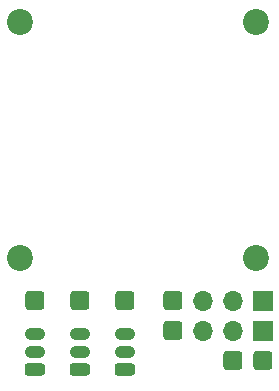
<source format=gbr>
%TF.GenerationSoftware,KiCad,Pcbnew,(5.1.9)-1*%
%TF.CreationDate,2022-05-31T00:32:49+01:00*%
%TF.ProjectId,board,626f6172-642e-46b6-9963-61645f706362,rev?*%
%TF.SameCoordinates,Original*%
%TF.FileFunction,Soldermask,Bot*%
%TF.FilePolarity,Negative*%
%FSLAX46Y46*%
G04 Gerber Fmt 4.6, Leading zero omitted, Abs format (unit mm)*
G04 Created by KiCad (PCBNEW (5.1.9)-1) date 2022-05-31 00:32:49*
%MOMM*%
%LPD*%
G01*
G04 APERTURE LIST*
%ADD10O,1.730000X1.030000*%
%ADD11C,2.200000*%
%ADD12O,1.700000X1.700000*%
%ADD13R,1.700000X1.700000*%
G04 APERTURE END LIST*
%TO.C,J13*%
G36*
G01*
X104686000Y-125434000D02*
X104686000Y-126534000D01*
G75*
G02*
X104436000Y-126784000I-250000J0D01*
G01*
X103336000Y-126784000D01*
G75*
G02*
X103086000Y-126534000I0J250000D01*
G01*
X103086000Y-125434000D01*
G75*
G02*
X103336000Y-125184000I250000J0D01*
G01*
X104436000Y-125184000D01*
G75*
G02*
X104686000Y-125434000I0J-250000D01*
G01*
G37*
%TD*%
%TO.C,J12*%
G36*
G01*
X116120000Y-129324000D02*
X115020000Y-129324000D01*
G75*
G02*
X114770000Y-129074000I0J250000D01*
G01*
X114770000Y-127974000D01*
G75*
G02*
X115020000Y-127724000I250000J0D01*
G01*
X116120000Y-127724000D01*
G75*
G02*
X116370000Y-127974000I0J-250000D01*
G01*
X116370000Y-129074000D01*
G75*
G02*
X116120000Y-129324000I-250000J0D01*
G01*
G37*
%TD*%
%TO.C,J10*%
G36*
G01*
X120100000Y-130264000D02*
X121200000Y-130264000D01*
G75*
G02*
X121450000Y-130514000I0J-250000D01*
G01*
X121450000Y-131614000D01*
G75*
G02*
X121200000Y-131864000I-250000J0D01*
G01*
X120100000Y-131864000D01*
G75*
G02*
X119850000Y-131614000I0J250000D01*
G01*
X119850000Y-130514000D01*
G75*
G02*
X120100000Y-130264000I250000J0D01*
G01*
G37*
%TD*%
%TO.C,J9*%
G36*
G01*
X116120000Y-126784000D02*
X115020000Y-126784000D01*
G75*
G02*
X114770000Y-126534000I0J250000D01*
G01*
X114770000Y-125434000D01*
G75*
G02*
X115020000Y-125184000I250000J0D01*
G01*
X116120000Y-125184000D01*
G75*
G02*
X116370000Y-125434000I0J-250000D01*
G01*
X116370000Y-126534000D01*
G75*
G02*
X116120000Y-126784000I-250000J0D01*
G01*
G37*
%TD*%
%TO.C,J8*%
G36*
G01*
X110706000Y-126534000D02*
X110706000Y-125434000D01*
G75*
G02*
X110956000Y-125184000I250000J0D01*
G01*
X112056000Y-125184000D01*
G75*
G02*
X112306000Y-125434000I0J-250000D01*
G01*
X112306000Y-126534000D01*
G75*
G02*
X112056000Y-126784000I-250000J0D01*
G01*
X110956000Y-126784000D01*
G75*
G02*
X110706000Y-126534000I0J250000D01*
G01*
G37*
%TD*%
%TO.C,J7*%
G36*
G01*
X106896000Y-126534000D02*
X106896000Y-125434000D01*
G75*
G02*
X107146000Y-125184000I250000J0D01*
G01*
X108246000Y-125184000D01*
G75*
G02*
X108496000Y-125434000I0J-250000D01*
G01*
X108496000Y-126534000D01*
G75*
G02*
X108246000Y-126784000I-250000J0D01*
G01*
X107146000Y-126784000D01*
G75*
G02*
X106896000Y-126534000I0J250000D01*
G01*
G37*
%TD*%
%TO.C,J6*%
G36*
G01*
X122640000Y-130264000D02*
X123740000Y-130264000D01*
G75*
G02*
X123990000Y-130514000I0J-250000D01*
G01*
X123990000Y-131614000D01*
G75*
G02*
X123740000Y-131864000I-250000J0D01*
G01*
X122640000Y-131864000D01*
G75*
G02*
X122390000Y-131614000I0J250000D01*
G01*
X122390000Y-130514000D01*
G75*
G02*
X122640000Y-130264000I250000J0D01*
G01*
G37*
%TD*%
D10*
%TO.C,J4*%
X111506000Y-128826000D03*
X111506000Y-130326000D03*
G36*
G01*
X112121001Y-132341000D02*
X110890999Y-132341000D01*
G75*
G02*
X110641000Y-132091001I0J249999D01*
G01*
X110641000Y-131560999D01*
G75*
G02*
X110890999Y-131311000I249999J0D01*
G01*
X112121001Y-131311000D01*
G75*
G02*
X112371000Y-131560999I0J-249999D01*
G01*
X112371000Y-132091001D01*
G75*
G02*
X112121001Y-132341000I-249999J0D01*
G01*
G37*
%TD*%
%TO.C,J3*%
X107696000Y-128826000D03*
X107696000Y-130326000D03*
G36*
G01*
X108311001Y-132341000D02*
X107080999Y-132341000D01*
G75*
G02*
X106831000Y-132091001I0J249999D01*
G01*
X106831000Y-131560999D01*
G75*
G02*
X107080999Y-131311000I249999J0D01*
G01*
X108311001Y-131311000D01*
G75*
G02*
X108561000Y-131560999I0J-249999D01*
G01*
X108561000Y-132091001D01*
G75*
G02*
X108311001Y-132341000I-249999J0D01*
G01*
G37*
%TD*%
%TO.C,J2*%
X103886000Y-128826000D03*
X103886000Y-130326000D03*
G36*
G01*
X104501001Y-132341000D02*
X103270999Y-132341000D01*
G75*
G02*
X103021000Y-132091001I0J249999D01*
G01*
X103021000Y-131560999D01*
G75*
G02*
X103270999Y-131311000I249999J0D01*
G01*
X104501001Y-131311000D01*
G75*
G02*
X104751000Y-131560999I0J-249999D01*
G01*
X104751000Y-132091001D01*
G75*
G02*
X104501001Y-132341000I-249999J0D01*
G01*
G37*
%TD*%
D11*
%TO.C,H4*%
X122596000Y-122376000D03*
%TD*%
D12*
%TO.C,J11*%
X118110000Y-128524000D03*
X120650000Y-128524000D03*
D13*
X123190000Y-128524000D03*
%TD*%
D12*
%TO.C,J5*%
X118110000Y-125984000D03*
X120650000Y-125984000D03*
D13*
X123190000Y-125984000D03*
%TD*%
D11*
%TO.C,H3*%
X122596000Y-102376000D03*
%TD*%
%TO.C,H2*%
X102596000Y-122376000D03*
%TD*%
%TO.C,H1*%
X102596000Y-102376000D03*
%TD*%
M02*

</source>
